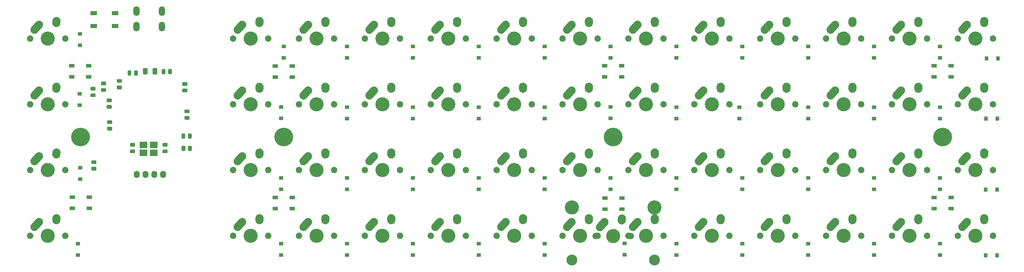
<source format=gbs>
%TF.GenerationSoftware,KiCad,Pcbnew,5.1.6*%
%TF.CreationDate,2020-09-29T12:29:31+02:00*%
%TF.ProjectId,cheap_boi,63686561-705f-4626-9f69-2e6b69636164,rev?*%
%TF.SameCoordinates,Original*%
%TF.FileFunction,Soldermask,Bot*%
%TF.FilePolarity,Negative*%
%FSLAX46Y46*%
G04 Gerber Fmt 4.6, Leading zero omitted, Abs format (unit mm)*
G04 Created by KiCad (PCBNEW 5.1.6) date 2020-09-29 12:29:31*
%MOMM*%
%LPD*%
G01*
G04 APERTURE LIST*
%ADD10C,1.850000*%
%ADD11C,2.350000*%
%ADD12C,4.087800*%
%ADD13R,1.300000X1.000000*%
%ADD14C,3.148000*%
%ADD15R,2.200000X1.900000*%
%ADD16R,1.000000X1.300000*%
%ADD17R,1.900000X1.200000*%
%ADD18O,1.800000X2.800000*%
%ADD19O,1.700000X2.100000*%
%ADD20C,5.400000*%
%ADD21R,1.600000X1.100000*%
G04 APERTURE END LIST*
D10*
%TO.C,MX3A1*%
X307498750Y-100012500D03*
X297338750Y-100012500D03*
D11*
X299918750Y-96012500D03*
D12*
X302418750Y-100012500D03*
G36*
G01*
X297824041Y-98347060D02*
X297824041Y-98347061D01*
G75*
G02*
X297734189Y-96687791I784709J874561D01*
G01*
X299044191Y-95227791D01*
G75*
G02*
X300703461Y-95137939I874561J-784709D01*
G01*
X300703461Y-95137939D01*
G75*
G02*
X300793313Y-96797209I-784709J-874561D01*
G01*
X299483311Y-98257209D01*
G75*
G02*
X297824041Y-98347061I-874561J784709D01*
G01*
G37*
D11*
X304958750Y-94932500D03*
G36*
G01*
X304837907Y-96684716D02*
X304837907Y-96684716D01*
G75*
G02*
X303746534Y-95431657I80843J1172216D01*
G01*
X303786534Y-94851657D01*
G75*
G02*
X305039593Y-93760284I1172216J-80843D01*
G01*
X305039593Y-93760284D01*
G75*
G02*
X306130966Y-95013343I-80843J-1172216D01*
G01*
X306090966Y-95593343D01*
G75*
G02*
X304837907Y-96684716I-1172216J80843D01*
G01*
G37*
%TD*%
D13*
%TO.C,D28*%
X239014000Y-102236000D03*
X239014000Y-105536000D03*
%TD*%
D12*
%TO.C,MX40*%
X247650000Y-91821000D03*
X223774000Y-91821000D03*
D14*
X247650000Y-107061000D03*
X223774000Y-107061000D03*
D10*
X240792000Y-100076000D03*
X230632000Y-100076000D03*
D11*
X233212000Y-96076000D03*
D12*
X235712000Y-100076000D03*
G36*
G01*
X231117291Y-98410560D02*
X231117291Y-98410561D01*
G75*
G02*
X231027439Y-96751291I784709J874561D01*
G01*
X232337441Y-95291291D01*
G75*
G02*
X233996711Y-95201439I874561J-784709D01*
G01*
X233996711Y-95201439D01*
G75*
G02*
X234086563Y-96860709I-784709J-874561D01*
G01*
X232776561Y-98320709D01*
G75*
G02*
X231117291Y-98410561I-874561J784709D01*
G01*
G37*
D11*
X238252000Y-94996000D03*
G36*
G01*
X238131157Y-96748216D02*
X238131157Y-96748216D01*
G75*
G02*
X237039784Y-95495157I80843J1172216D01*
G01*
X237079784Y-94915157D01*
G75*
G02*
X238332843Y-93823784I1172216J-80843D01*
G01*
X238332843Y-93823784D01*
G75*
G02*
X239424216Y-95076843I-80843J-1172216D01*
G01*
X239384216Y-95656843D01*
G75*
G02*
X238131157Y-96748216I-1172216J80843D01*
G01*
G37*
%TD*%
D15*
%TO.C,Y1*%
X102870000Y-73660000D03*
X99970000Y-73660000D03*
X99970000Y-75960000D03*
X102870000Y-75960000D03*
%TD*%
%TO.C,C1*%
G36*
G01*
X93445250Y-55685500D02*
X92482750Y-55685500D01*
G75*
G02*
X92214000Y-55416750I0J268750D01*
G01*
X92214000Y-54879250D01*
G75*
G02*
X92482750Y-54610500I268750J0D01*
G01*
X93445250Y-54610500D01*
G75*
G02*
X93714000Y-54879250I0J-268750D01*
G01*
X93714000Y-55416750D01*
G75*
G02*
X93445250Y-55685500I-268750J0D01*
G01*
G37*
G36*
G01*
X93445250Y-57560500D02*
X92482750Y-57560500D01*
G75*
G02*
X92214000Y-57291750I0J268750D01*
G01*
X92214000Y-56754250D01*
G75*
G02*
X92482750Y-56485500I268750J0D01*
G01*
X93445250Y-56485500D01*
G75*
G02*
X93714000Y-56754250I0J-268750D01*
G01*
X93714000Y-57291750D01*
G75*
G02*
X93445250Y-57560500I-268750J0D01*
G01*
G37*
%TD*%
%TO.C,C2*%
G36*
G01*
X97222500Y-53313250D02*
X97222500Y-52350750D01*
G75*
G02*
X97491250Y-52082000I268750J0D01*
G01*
X98028750Y-52082000D01*
G75*
G02*
X98297500Y-52350750I0J-268750D01*
G01*
X98297500Y-53313250D01*
G75*
G02*
X98028750Y-53582000I-268750J0D01*
G01*
X97491250Y-53582000D01*
G75*
G02*
X97222500Y-53313250I0J268750D01*
G01*
G37*
G36*
G01*
X95347500Y-53313250D02*
X95347500Y-52350750D01*
G75*
G02*
X95616250Y-52082000I268750J0D01*
G01*
X96153750Y-52082000D01*
G75*
G02*
X96422500Y-52350750I0J-268750D01*
G01*
X96422500Y-53313250D01*
G75*
G02*
X96153750Y-53582000I-268750J0D01*
G01*
X95616250Y-53582000D01*
G75*
G02*
X95347500Y-53313250I0J268750D01*
G01*
G37*
%TD*%
%TO.C,C3*%
G36*
G01*
X106653250Y-74197500D02*
X105690750Y-74197500D01*
G75*
G02*
X105422000Y-73928750I0J268750D01*
G01*
X105422000Y-73391250D01*
G75*
G02*
X105690750Y-73122500I268750J0D01*
G01*
X106653250Y-73122500D01*
G75*
G02*
X106922000Y-73391250I0J-268750D01*
G01*
X106922000Y-73928750D01*
G75*
G02*
X106653250Y-74197500I-268750J0D01*
G01*
G37*
G36*
G01*
X106653250Y-76072500D02*
X105690750Y-76072500D01*
G75*
G02*
X105422000Y-75803750I0J268750D01*
G01*
X105422000Y-75266250D01*
G75*
G02*
X105690750Y-74997500I268750J0D01*
G01*
X106653250Y-74997500D01*
G75*
G02*
X106922000Y-75266250I0J-268750D01*
G01*
X106922000Y-75803750D01*
G75*
G02*
X106653250Y-76072500I-268750J0D01*
G01*
G37*
%TD*%
%TO.C,C4*%
G36*
G01*
X96292750Y-74997500D02*
X97255250Y-74997500D01*
G75*
G02*
X97524000Y-75266250I0J-268750D01*
G01*
X97524000Y-75803750D01*
G75*
G02*
X97255250Y-76072500I-268750J0D01*
G01*
X96292750Y-76072500D01*
G75*
G02*
X96024000Y-75803750I0J268750D01*
G01*
X96024000Y-75266250D01*
G75*
G02*
X96292750Y-74997500I268750J0D01*
G01*
G37*
G36*
G01*
X96292750Y-73122500D02*
X97255250Y-73122500D01*
G75*
G02*
X97524000Y-73391250I0J-268750D01*
G01*
X97524000Y-73928750D01*
G75*
G02*
X97255250Y-74197500I-268750J0D01*
G01*
X96292750Y-74197500D01*
G75*
G02*
X96024000Y-73928750I0J268750D01*
G01*
X96024000Y-73391250D01*
G75*
G02*
X96292750Y-73122500I268750J0D01*
G01*
G37*
%TD*%
%TO.C,C5*%
G36*
G01*
X112040750Y-65297000D02*
X113003250Y-65297000D01*
G75*
G02*
X113272000Y-65565750I0J-268750D01*
G01*
X113272000Y-66103250D01*
G75*
G02*
X113003250Y-66372000I-268750J0D01*
G01*
X112040750Y-66372000D01*
G75*
G02*
X111772000Y-66103250I0J268750D01*
G01*
X111772000Y-65565750D01*
G75*
G02*
X112040750Y-65297000I268750J0D01*
G01*
G37*
G36*
G01*
X112040750Y-63422000D02*
X113003250Y-63422000D01*
G75*
G02*
X113272000Y-63690750I0J-268750D01*
G01*
X113272000Y-64228250D01*
G75*
G02*
X113003250Y-64497000I-268750J0D01*
G01*
X112040750Y-64497000D01*
G75*
G02*
X111772000Y-64228250I0J268750D01*
G01*
X111772000Y-63690750D01*
G75*
G02*
X112040750Y-63422000I268750J0D01*
G01*
G37*
%TD*%
%TO.C,C6*%
G36*
G01*
X90524250Y-61322000D02*
X89561750Y-61322000D01*
G75*
G02*
X89293000Y-61053250I0J268750D01*
G01*
X89293000Y-60515750D01*
G75*
G02*
X89561750Y-60247000I268750J0D01*
G01*
X90524250Y-60247000D01*
G75*
G02*
X90793000Y-60515750I0J-268750D01*
G01*
X90793000Y-61053250D01*
G75*
G02*
X90524250Y-61322000I-268750J0D01*
G01*
G37*
G36*
G01*
X90524250Y-63197000D02*
X89561750Y-63197000D01*
G75*
G02*
X89293000Y-62928250I0J268750D01*
G01*
X89293000Y-62390750D01*
G75*
G02*
X89561750Y-62122000I268750J0D01*
G01*
X90524250Y-62122000D01*
G75*
G02*
X90793000Y-62390750I0J-268750D01*
G01*
X90793000Y-62928250D01*
G75*
G02*
X90524250Y-63197000I-268750J0D01*
G01*
G37*
%TD*%
%TO.C,C7*%
G36*
G01*
X107080000Y-52932250D02*
X107080000Y-51969750D01*
G75*
G02*
X107348750Y-51701000I268750J0D01*
G01*
X107886250Y-51701000D01*
G75*
G02*
X108155000Y-51969750I0J-268750D01*
G01*
X108155000Y-52932250D01*
G75*
G02*
X107886250Y-53201000I-268750J0D01*
G01*
X107348750Y-53201000D01*
G75*
G02*
X107080000Y-52932250I0J268750D01*
G01*
G37*
G36*
G01*
X105205000Y-52932250D02*
X105205000Y-51969750D01*
G75*
G02*
X105473750Y-51701000I268750J0D01*
G01*
X106011250Y-51701000D01*
G75*
G02*
X106280000Y-51969750I0J-268750D01*
G01*
X106280000Y-52932250D01*
G75*
G02*
X106011250Y-53201000I-268750J0D01*
G01*
X105473750Y-53201000D01*
G75*
G02*
X105205000Y-52932250I0J268750D01*
G01*
G37*
%TD*%
D13*
%TO.C,D2*%
X81500000Y-58850000D03*
X81500000Y-62150000D03*
%TD*%
%TO.C,D3*%
X81661000Y-80264000D03*
X81661000Y-83564000D03*
%TD*%
%TO.C,D4*%
X80962500Y-102331250D03*
X80962500Y-105631250D03*
%TD*%
%TO.C,D5*%
X140493750Y-45181250D03*
X140493750Y-48481250D03*
%TD*%
%TO.C,D6*%
X139700000Y-62668750D03*
X139700000Y-65968750D03*
%TD*%
%TO.C,D7*%
X139700000Y-83218750D03*
X139700000Y-86518750D03*
%TD*%
%TO.C,D8*%
X139700000Y-102331250D03*
X139700000Y-105631250D03*
%TD*%
%TO.C,D9*%
X158750000Y-45181250D03*
X158750000Y-48481250D03*
%TD*%
%TO.C,D10*%
X158750000Y-62731250D03*
X158750000Y-66031250D03*
%TD*%
%TO.C,D11*%
X158750000Y-83281250D03*
X158750000Y-86581250D03*
%TD*%
%TO.C,D12*%
X158750000Y-102331250D03*
X158750000Y-105631250D03*
%TD*%
%TO.C,D13*%
X177800000Y-45181250D03*
X177800000Y-48481250D03*
%TD*%
%TO.C,D14*%
X177800000Y-62731250D03*
X177800000Y-66031250D03*
%TD*%
%TO.C,D15*%
X177800000Y-83281250D03*
X177800000Y-86581250D03*
%TD*%
%TO.C,D16*%
X177800000Y-102331250D03*
X177800000Y-105631250D03*
%TD*%
%TO.C,D17*%
X196850000Y-45181250D03*
X196850000Y-48481250D03*
%TD*%
%TO.C,D18*%
X196850000Y-62731250D03*
X196850000Y-66031250D03*
%TD*%
%TO.C,D19*%
X196850000Y-83281250D03*
X196850000Y-86581250D03*
%TD*%
%TO.C,D20*%
X196850000Y-102331250D03*
X196850000Y-105631250D03*
%TD*%
%TO.C,D21*%
X215900000Y-45181250D03*
X215900000Y-48481250D03*
%TD*%
%TO.C,D22*%
X215900000Y-62793750D03*
X215900000Y-66093750D03*
%TD*%
%TO.C,D23*%
X215900000Y-83281250D03*
X215900000Y-86581250D03*
%TD*%
%TO.C,D24*%
X215900000Y-102331250D03*
X215900000Y-105631250D03*
%TD*%
%TO.C,D25*%
X234950000Y-45181250D03*
X234950000Y-48481250D03*
%TD*%
%TO.C,D26*%
X234950000Y-62668750D03*
X234950000Y-65968750D03*
%TD*%
%TO.C,D27*%
X234950000Y-83281250D03*
X234950000Y-86581250D03*
%TD*%
%TO.C,D29*%
X254000000Y-45181250D03*
X254000000Y-48481250D03*
%TD*%
%TO.C,D30*%
X254000000Y-62731250D03*
X254000000Y-66031250D03*
%TD*%
%TO.C,D31*%
X254000000Y-83281250D03*
X254000000Y-86581250D03*
%TD*%
%TO.C,D32*%
X254000000Y-102331250D03*
X254000000Y-105631250D03*
%TD*%
%TO.C,D33*%
X273050000Y-45181250D03*
X273050000Y-48481250D03*
%TD*%
%TO.C,D34*%
X272256250Y-62731250D03*
X272256250Y-66031250D03*
%TD*%
%TO.C,D35*%
X273050000Y-83281250D03*
X273050000Y-86581250D03*
%TD*%
%TO.C,D36*%
X273050000Y-102331250D03*
X273050000Y-105631250D03*
%TD*%
%TO.C,D37*%
X292100000Y-45181250D03*
X292100000Y-48481250D03*
%TD*%
%TO.C,D38*%
X292100000Y-62731250D03*
X292100000Y-66031250D03*
%TD*%
%TO.C,D39*%
X292100000Y-83281250D03*
X292100000Y-86581250D03*
%TD*%
%TO.C,D40*%
X292100000Y-102331250D03*
X292100000Y-105631250D03*
%TD*%
%TO.C,D41*%
X311150000Y-45181250D03*
X311150000Y-48481250D03*
%TD*%
%TO.C,D42*%
X311150000Y-62731250D03*
X311150000Y-66031250D03*
%TD*%
%TO.C,D43*%
X311150000Y-83281250D03*
X311150000Y-86581250D03*
%TD*%
%TO.C,D44*%
X311150000Y-102331250D03*
X311150000Y-105631250D03*
%TD*%
%TO.C,D45*%
X330200000Y-45181250D03*
X330200000Y-48481250D03*
%TD*%
%TO.C,D46*%
X330200000Y-62731250D03*
X330200000Y-66031250D03*
%TD*%
%TO.C,D47*%
X330200000Y-83281250D03*
X330200000Y-86581250D03*
%TD*%
%TO.C,D48*%
X330200000Y-102331250D03*
X330200000Y-105631250D03*
%TD*%
D16*
%TO.C,D49*%
X346963000Y-48641000D03*
X343663000Y-48641000D03*
%TD*%
%TO.C,D50*%
X346835000Y-66040000D03*
X343535000Y-66040000D03*
%TD*%
%TO.C,D51*%
X346708000Y-86614000D03*
X343408000Y-86614000D03*
%TD*%
%TO.C,D52*%
X346709000Y-105664000D03*
X343409000Y-105664000D03*
%TD*%
D10*
%TO.C,MX0*%
X77311250Y-42862500D03*
X67151250Y-42862500D03*
D11*
X69731250Y-38862500D03*
D12*
X72231250Y-42862500D03*
G36*
G01*
X67636541Y-41197060D02*
X67636541Y-41197061D01*
G75*
G02*
X67546689Y-39537791I784709J874561D01*
G01*
X68856691Y-38077791D01*
G75*
G02*
X70515961Y-37987939I874561J-784709D01*
G01*
X70515961Y-37987939D01*
G75*
G02*
X70605813Y-39647209I-784709J-874561D01*
G01*
X69295811Y-41107209D01*
G75*
G02*
X67636541Y-41197061I-874561J784709D01*
G01*
G37*
D11*
X74771250Y-37782500D03*
G36*
G01*
X74650407Y-39534716D02*
X74650407Y-39534716D01*
G75*
G02*
X73559034Y-38281657I80843J1172216D01*
G01*
X73599034Y-37701657D01*
G75*
G02*
X74852093Y-36610284I1172216J-80843D01*
G01*
X74852093Y-36610284D01*
G75*
G02*
X75943466Y-37863343I-80843J-1172216D01*
G01*
X75903466Y-38443343D01*
G75*
G02*
X74650407Y-39534716I-1172216J80843D01*
G01*
G37*
%TD*%
D10*
%TO.C,MX1*%
X136048750Y-42862500D03*
X125888750Y-42862500D03*
D11*
X128468750Y-38862500D03*
D12*
X130968750Y-42862500D03*
G36*
G01*
X126374041Y-41197060D02*
X126374041Y-41197061D01*
G75*
G02*
X126284189Y-39537791I784709J874561D01*
G01*
X127594191Y-38077791D01*
G75*
G02*
X129253461Y-37987939I874561J-784709D01*
G01*
X129253461Y-37987939D01*
G75*
G02*
X129343313Y-39647209I-784709J-874561D01*
G01*
X128033311Y-41107209D01*
G75*
G02*
X126374041Y-41197061I-874561J784709D01*
G01*
G37*
D11*
X133508750Y-37782500D03*
G36*
G01*
X133387907Y-39534716D02*
X133387907Y-39534716D01*
G75*
G02*
X132296534Y-38281657I80843J1172216D01*
G01*
X132336534Y-37701657D01*
G75*
G02*
X133589593Y-36610284I1172216J-80843D01*
G01*
X133589593Y-36610284D01*
G75*
G02*
X134680966Y-37863343I-80843J-1172216D01*
G01*
X134640966Y-38443343D01*
G75*
G02*
X133387907Y-39534716I-1172216J80843D01*
G01*
G37*
%TD*%
D10*
%TO.C,MX2*%
X155098750Y-42862500D03*
X144938750Y-42862500D03*
D11*
X147518750Y-38862500D03*
D12*
X150018750Y-42862500D03*
G36*
G01*
X145424041Y-41197060D02*
X145424041Y-41197061D01*
G75*
G02*
X145334189Y-39537791I784709J874561D01*
G01*
X146644191Y-38077791D01*
G75*
G02*
X148303461Y-37987939I874561J-784709D01*
G01*
X148303461Y-37987939D01*
G75*
G02*
X148393313Y-39647209I-784709J-874561D01*
G01*
X147083311Y-41107209D01*
G75*
G02*
X145424041Y-41197061I-874561J784709D01*
G01*
G37*
D11*
X152558750Y-37782500D03*
G36*
G01*
X152437907Y-39534716D02*
X152437907Y-39534716D01*
G75*
G02*
X151346534Y-38281657I80843J1172216D01*
G01*
X151386534Y-37701657D01*
G75*
G02*
X152639593Y-36610284I1172216J-80843D01*
G01*
X152639593Y-36610284D01*
G75*
G02*
X153730966Y-37863343I-80843J-1172216D01*
G01*
X153690966Y-38443343D01*
G75*
G02*
X152437907Y-39534716I-1172216J80843D01*
G01*
G37*
%TD*%
D10*
%TO.C,MX3*%
X174148750Y-42862500D03*
X163988750Y-42862500D03*
D11*
X166568750Y-38862500D03*
D12*
X169068750Y-42862500D03*
G36*
G01*
X164474041Y-41197060D02*
X164474041Y-41197061D01*
G75*
G02*
X164384189Y-39537791I784709J874561D01*
G01*
X165694191Y-38077791D01*
G75*
G02*
X167353461Y-37987939I874561J-784709D01*
G01*
X167353461Y-37987939D01*
G75*
G02*
X167443313Y-39647209I-784709J-874561D01*
G01*
X166133311Y-41107209D01*
G75*
G02*
X164474041Y-41197061I-874561J784709D01*
G01*
G37*
D11*
X171608750Y-37782500D03*
G36*
G01*
X171487907Y-39534716D02*
X171487907Y-39534716D01*
G75*
G02*
X170396534Y-38281657I80843J1172216D01*
G01*
X170436534Y-37701657D01*
G75*
G02*
X171689593Y-36610284I1172216J-80843D01*
G01*
X171689593Y-36610284D01*
G75*
G02*
X172780966Y-37863343I-80843J-1172216D01*
G01*
X172740966Y-38443343D01*
G75*
G02*
X171487907Y-39534716I-1172216J80843D01*
G01*
G37*
%TD*%
D10*
%TO.C,MX4*%
X193198750Y-42862500D03*
X183038750Y-42862500D03*
D11*
X185618750Y-38862500D03*
D12*
X188118750Y-42862500D03*
G36*
G01*
X183524041Y-41197060D02*
X183524041Y-41197061D01*
G75*
G02*
X183434189Y-39537791I784709J874561D01*
G01*
X184744191Y-38077791D01*
G75*
G02*
X186403461Y-37987939I874561J-784709D01*
G01*
X186403461Y-37987939D01*
G75*
G02*
X186493313Y-39647209I-784709J-874561D01*
G01*
X185183311Y-41107209D01*
G75*
G02*
X183524041Y-41197061I-874561J784709D01*
G01*
G37*
D11*
X190658750Y-37782500D03*
G36*
G01*
X190537907Y-39534716D02*
X190537907Y-39534716D01*
G75*
G02*
X189446534Y-38281657I80843J1172216D01*
G01*
X189486534Y-37701657D01*
G75*
G02*
X190739593Y-36610284I1172216J-80843D01*
G01*
X190739593Y-36610284D01*
G75*
G02*
X191830966Y-37863343I-80843J-1172216D01*
G01*
X191790966Y-38443343D01*
G75*
G02*
X190537907Y-39534716I-1172216J80843D01*
G01*
G37*
%TD*%
D10*
%TO.C,MX5*%
X212248750Y-42862500D03*
X202088750Y-42862500D03*
D11*
X204668750Y-38862500D03*
D12*
X207168750Y-42862500D03*
G36*
G01*
X202574041Y-41197060D02*
X202574041Y-41197061D01*
G75*
G02*
X202484189Y-39537791I784709J874561D01*
G01*
X203794191Y-38077791D01*
G75*
G02*
X205453461Y-37987939I874561J-784709D01*
G01*
X205453461Y-37987939D01*
G75*
G02*
X205543313Y-39647209I-784709J-874561D01*
G01*
X204233311Y-41107209D01*
G75*
G02*
X202574041Y-41197061I-874561J784709D01*
G01*
G37*
D11*
X209708750Y-37782500D03*
G36*
G01*
X209587907Y-39534716D02*
X209587907Y-39534716D01*
G75*
G02*
X208496534Y-38281657I80843J1172216D01*
G01*
X208536534Y-37701657D01*
G75*
G02*
X209789593Y-36610284I1172216J-80843D01*
G01*
X209789593Y-36610284D01*
G75*
G02*
X210880966Y-37863343I-80843J-1172216D01*
G01*
X210840966Y-38443343D01*
G75*
G02*
X209587907Y-39534716I-1172216J80843D01*
G01*
G37*
%TD*%
D10*
%TO.C,MX6*%
X231298750Y-42862500D03*
X221138750Y-42862500D03*
D11*
X223718750Y-38862500D03*
D12*
X226218750Y-42862500D03*
G36*
G01*
X221624041Y-41197060D02*
X221624041Y-41197061D01*
G75*
G02*
X221534189Y-39537791I784709J874561D01*
G01*
X222844191Y-38077791D01*
G75*
G02*
X224503461Y-37987939I874561J-784709D01*
G01*
X224503461Y-37987939D01*
G75*
G02*
X224593313Y-39647209I-784709J-874561D01*
G01*
X223283311Y-41107209D01*
G75*
G02*
X221624041Y-41197061I-874561J784709D01*
G01*
G37*
D11*
X228758750Y-37782500D03*
G36*
G01*
X228637907Y-39534716D02*
X228637907Y-39534716D01*
G75*
G02*
X227546534Y-38281657I80843J1172216D01*
G01*
X227586534Y-37701657D01*
G75*
G02*
X228839593Y-36610284I1172216J-80843D01*
G01*
X228839593Y-36610284D01*
G75*
G02*
X229930966Y-37863343I-80843J-1172216D01*
G01*
X229890966Y-38443343D01*
G75*
G02*
X228637907Y-39534716I-1172216J80843D01*
G01*
G37*
%TD*%
D10*
%TO.C,MX7*%
X250348750Y-42862500D03*
X240188750Y-42862500D03*
D11*
X242768750Y-38862500D03*
D12*
X245268750Y-42862500D03*
G36*
G01*
X240674041Y-41197060D02*
X240674041Y-41197061D01*
G75*
G02*
X240584189Y-39537791I784709J874561D01*
G01*
X241894191Y-38077791D01*
G75*
G02*
X243553461Y-37987939I874561J-784709D01*
G01*
X243553461Y-37987939D01*
G75*
G02*
X243643313Y-39647209I-784709J-874561D01*
G01*
X242333311Y-41107209D01*
G75*
G02*
X240674041Y-41197061I-874561J784709D01*
G01*
G37*
D11*
X247808750Y-37782500D03*
G36*
G01*
X247687907Y-39534716D02*
X247687907Y-39534716D01*
G75*
G02*
X246596534Y-38281657I80843J1172216D01*
G01*
X246636534Y-37701657D01*
G75*
G02*
X247889593Y-36610284I1172216J-80843D01*
G01*
X247889593Y-36610284D01*
G75*
G02*
X248980966Y-37863343I-80843J-1172216D01*
G01*
X248940966Y-38443343D01*
G75*
G02*
X247687907Y-39534716I-1172216J80843D01*
G01*
G37*
%TD*%
D10*
%TO.C,MX8*%
X269398750Y-42862500D03*
X259238750Y-42862500D03*
D11*
X261818750Y-38862500D03*
D12*
X264318750Y-42862500D03*
G36*
G01*
X259724041Y-41197060D02*
X259724041Y-41197061D01*
G75*
G02*
X259634189Y-39537791I784709J874561D01*
G01*
X260944191Y-38077791D01*
G75*
G02*
X262603461Y-37987939I874561J-784709D01*
G01*
X262603461Y-37987939D01*
G75*
G02*
X262693313Y-39647209I-784709J-874561D01*
G01*
X261383311Y-41107209D01*
G75*
G02*
X259724041Y-41197061I-874561J784709D01*
G01*
G37*
D11*
X266858750Y-37782500D03*
G36*
G01*
X266737907Y-39534716D02*
X266737907Y-39534716D01*
G75*
G02*
X265646534Y-38281657I80843J1172216D01*
G01*
X265686534Y-37701657D01*
G75*
G02*
X266939593Y-36610284I1172216J-80843D01*
G01*
X266939593Y-36610284D01*
G75*
G02*
X268030966Y-37863343I-80843J-1172216D01*
G01*
X267990966Y-38443343D01*
G75*
G02*
X266737907Y-39534716I-1172216J80843D01*
G01*
G37*
%TD*%
D10*
%TO.C,MX9*%
X288448750Y-42862500D03*
X278288750Y-42862500D03*
D11*
X280868750Y-38862500D03*
D12*
X283368750Y-42862500D03*
G36*
G01*
X278774041Y-41197060D02*
X278774041Y-41197061D01*
G75*
G02*
X278684189Y-39537791I784709J874561D01*
G01*
X279994191Y-38077791D01*
G75*
G02*
X281653461Y-37987939I874561J-784709D01*
G01*
X281653461Y-37987939D01*
G75*
G02*
X281743313Y-39647209I-784709J-874561D01*
G01*
X280433311Y-41107209D01*
G75*
G02*
X278774041Y-41197061I-874561J784709D01*
G01*
G37*
D11*
X285908750Y-37782500D03*
G36*
G01*
X285787907Y-39534716D02*
X285787907Y-39534716D01*
G75*
G02*
X284696534Y-38281657I80843J1172216D01*
G01*
X284736534Y-37701657D01*
G75*
G02*
X285989593Y-36610284I1172216J-80843D01*
G01*
X285989593Y-36610284D01*
G75*
G02*
X287080966Y-37863343I-80843J-1172216D01*
G01*
X287040966Y-38443343D01*
G75*
G02*
X285787907Y-39534716I-1172216J80843D01*
G01*
G37*
%TD*%
D10*
%TO.C,MX10*%
X77311250Y-61912500D03*
X67151250Y-61912500D03*
D11*
X69731250Y-57912500D03*
D12*
X72231250Y-61912500D03*
G36*
G01*
X67636541Y-60247060D02*
X67636541Y-60247061D01*
G75*
G02*
X67546689Y-58587791I784709J874561D01*
G01*
X68856691Y-57127791D01*
G75*
G02*
X70515961Y-57037939I874561J-784709D01*
G01*
X70515961Y-57037939D01*
G75*
G02*
X70605813Y-58697209I-784709J-874561D01*
G01*
X69295811Y-60157209D01*
G75*
G02*
X67636541Y-60247061I-874561J784709D01*
G01*
G37*
D11*
X74771250Y-56832500D03*
G36*
G01*
X74650407Y-58584716D02*
X74650407Y-58584716D01*
G75*
G02*
X73559034Y-57331657I80843J1172216D01*
G01*
X73599034Y-56751657D01*
G75*
G02*
X74852093Y-55660284I1172216J-80843D01*
G01*
X74852093Y-55660284D01*
G75*
G02*
X75943466Y-56913343I-80843J-1172216D01*
G01*
X75903466Y-57493343D01*
G75*
G02*
X74650407Y-58584716I-1172216J80843D01*
G01*
G37*
%TD*%
D10*
%TO.C,MX11*%
X136048750Y-61912500D03*
X125888750Y-61912500D03*
D11*
X128468750Y-57912500D03*
D12*
X130968750Y-61912500D03*
G36*
G01*
X126374041Y-60247060D02*
X126374041Y-60247061D01*
G75*
G02*
X126284189Y-58587791I784709J874561D01*
G01*
X127594191Y-57127791D01*
G75*
G02*
X129253461Y-57037939I874561J-784709D01*
G01*
X129253461Y-57037939D01*
G75*
G02*
X129343313Y-58697209I-784709J-874561D01*
G01*
X128033311Y-60157209D01*
G75*
G02*
X126374041Y-60247061I-874561J784709D01*
G01*
G37*
D11*
X133508750Y-56832500D03*
G36*
G01*
X133387907Y-58584716D02*
X133387907Y-58584716D01*
G75*
G02*
X132296534Y-57331657I80843J1172216D01*
G01*
X132336534Y-56751657D01*
G75*
G02*
X133589593Y-55660284I1172216J-80843D01*
G01*
X133589593Y-55660284D01*
G75*
G02*
X134680966Y-56913343I-80843J-1172216D01*
G01*
X134640966Y-57493343D01*
G75*
G02*
X133387907Y-58584716I-1172216J80843D01*
G01*
G37*
%TD*%
D10*
%TO.C,MX12*%
X155098750Y-61912500D03*
X144938750Y-61912500D03*
D11*
X147518750Y-57912500D03*
D12*
X150018750Y-61912500D03*
G36*
G01*
X145424041Y-60247060D02*
X145424041Y-60247061D01*
G75*
G02*
X145334189Y-58587791I784709J874561D01*
G01*
X146644191Y-57127791D01*
G75*
G02*
X148303461Y-57037939I874561J-784709D01*
G01*
X148303461Y-57037939D01*
G75*
G02*
X148393313Y-58697209I-784709J-874561D01*
G01*
X147083311Y-60157209D01*
G75*
G02*
X145424041Y-60247061I-874561J784709D01*
G01*
G37*
D11*
X152558750Y-56832500D03*
G36*
G01*
X152437907Y-58584716D02*
X152437907Y-58584716D01*
G75*
G02*
X151346534Y-57331657I80843J1172216D01*
G01*
X151386534Y-56751657D01*
G75*
G02*
X152639593Y-55660284I1172216J-80843D01*
G01*
X152639593Y-55660284D01*
G75*
G02*
X153730966Y-56913343I-80843J-1172216D01*
G01*
X153690966Y-57493343D01*
G75*
G02*
X152437907Y-58584716I-1172216J80843D01*
G01*
G37*
%TD*%
D10*
%TO.C,MX13*%
X174148750Y-61912500D03*
X163988750Y-61912500D03*
D11*
X166568750Y-57912500D03*
D12*
X169068750Y-61912500D03*
G36*
G01*
X164474041Y-60247060D02*
X164474041Y-60247061D01*
G75*
G02*
X164384189Y-58587791I784709J874561D01*
G01*
X165694191Y-57127791D01*
G75*
G02*
X167353461Y-57037939I874561J-784709D01*
G01*
X167353461Y-57037939D01*
G75*
G02*
X167443313Y-58697209I-784709J-874561D01*
G01*
X166133311Y-60157209D01*
G75*
G02*
X164474041Y-60247061I-874561J784709D01*
G01*
G37*
D11*
X171608750Y-56832500D03*
G36*
G01*
X171487907Y-58584716D02*
X171487907Y-58584716D01*
G75*
G02*
X170396534Y-57331657I80843J1172216D01*
G01*
X170436534Y-56751657D01*
G75*
G02*
X171689593Y-55660284I1172216J-80843D01*
G01*
X171689593Y-55660284D01*
G75*
G02*
X172780966Y-56913343I-80843J-1172216D01*
G01*
X172740966Y-57493343D01*
G75*
G02*
X171487907Y-58584716I-1172216J80843D01*
G01*
G37*
%TD*%
D10*
%TO.C,MX14*%
X193198750Y-61912500D03*
X183038750Y-61912500D03*
D11*
X185618750Y-57912500D03*
D12*
X188118750Y-61912500D03*
G36*
G01*
X183524041Y-60247060D02*
X183524041Y-60247061D01*
G75*
G02*
X183434189Y-58587791I784709J874561D01*
G01*
X184744191Y-57127791D01*
G75*
G02*
X186403461Y-57037939I874561J-784709D01*
G01*
X186403461Y-57037939D01*
G75*
G02*
X186493313Y-58697209I-784709J-874561D01*
G01*
X185183311Y-60157209D01*
G75*
G02*
X183524041Y-60247061I-874561J784709D01*
G01*
G37*
D11*
X190658750Y-56832500D03*
G36*
G01*
X190537907Y-58584716D02*
X190537907Y-58584716D01*
G75*
G02*
X189446534Y-57331657I80843J1172216D01*
G01*
X189486534Y-56751657D01*
G75*
G02*
X190739593Y-55660284I1172216J-80843D01*
G01*
X190739593Y-55660284D01*
G75*
G02*
X191830966Y-56913343I-80843J-1172216D01*
G01*
X191790966Y-57493343D01*
G75*
G02*
X190537907Y-58584716I-1172216J80843D01*
G01*
G37*
%TD*%
D10*
%TO.C,MX16*%
X231298750Y-61912500D03*
X221138750Y-61912500D03*
D11*
X223718750Y-57912500D03*
D12*
X226218750Y-61912500D03*
G36*
G01*
X221624041Y-60247060D02*
X221624041Y-60247061D01*
G75*
G02*
X221534189Y-58587791I784709J874561D01*
G01*
X222844191Y-57127791D01*
G75*
G02*
X224503461Y-57037939I874561J-784709D01*
G01*
X224503461Y-57037939D01*
G75*
G02*
X224593313Y-58697209I-784709J-874561D01*
G01*
X223283311Y-60157209D01*
G75*
G02*
X221624041Y-60247061I-874561J784709D01*
G01*
G37*
D11*
X228758750Y-56832500D03*
G36*
G01*
X228637907Y-58584716D02*
X228637907Y-58584716D01*
G75*
G02*
X227546534Y-57331657I80843J1172216D01*
G01*
X227586534Y-56751657D01*
G75*
G02*
X228839593Y-55660284I1172216J-80843D01*
G01*
X228839593Y-55660284D01*
G75*
G02*
X229930966Y-56913343I-80843J-1172216D01*
G01*
X229890966Y-57493343D01*
G75*
G02*
X228637907Y-58584716I-1172216J80843D01*
G01*
G37*
%TD*%
D10*
%TO.C,MX17*%
X250348750Y-61912500D03*
X240188750Y-61912500D03*
D11*
X242768750Y-57912500D03*
D12*
X245268750Y-61912500D03*
G36*
G01*
X240674041Y-60247060D02*
X240674041Y-60247061D01*
G75*
G02*
X240584189Y-58587791I784709J874561D01*
G01*
X241894191Y-57127791D01*
G75*
G02*
X243553461Y-57037939I874561J-784709D01*
G01*
X243553461Y-57037939D01*
G75*
G02*
X243643313Y-58697209I-784709J-874561D01*
G01*
X242333311Y-60157209D01*
G75*
G02*
X240674041Y-60247061I-874561J784709D01*
G01*
G37*
D11*
X247808750Y-56832500D03*
G36*
G01*
X247687907Y-58584716D02*
X247687907Y-58584716D01*
G75*
G02*
X246596534Y-57331657I80843J1172216D01*
G01*
X246636534Y-56751657D01*
G75*
G02*
X247889593Y-55660284I1172216J-80843D01*
G01*
X247889593Y-55660284D01*
G75*
G02*
X248980966Y-56913343I-80843J-1172216D01*
G01*
X248940966Y-57493343D01*
G75*
G02*
X247687907Y-58584716I-1172216J80843D01*
G01*
G37*
%TD*%
D10*
%TO.C,MX18*%
X269398750Y-61912500D03*
X259238750Y-61912500D03*
D11*
X261818750Y-57912500D03*
D12*
X264318750Y-61912500D03*
G36*
G01*
X259724041Y-60247060D02*
X259724041Y-60247061D01*
G75*
G02*
X259634189Y-58587791I784709J874561D01*
G01*
X260944191Y-57127791D01*
G75*
G02*
X262603461Y-57037939I874561J-784709D01*
G01*
X262603461Y-57037939D01*
G75*
G02*
X262693313Y-58697209I-784709J-874561D01*
G01*
X261383311Y-60157209D01*
G75*
G02*
X259724041Y-60247061I-874561J784709D01*
G01*
G37*
D11*
X266858750Y-56832500D03*
G36*
G01*
X266737907Y-58584716D02*
X266737907Y-58584716D01*
G75*
G02*
X265646534Y-57331657I80843J1172216D01*
G01*
X265686534Y-56751657D01*
G75*
G02*
X266939593Y-55660284I1172216J-80843D01*
G01*
X266939593Y-55660284D01*
G75*
G02*
X268030966Y-56913343I-80843J-1172216D01*
G01*
X267990966Y-57493343D01*
G75*
G02*
X266737907Y-58584716I-1172216J80843D01*
G01*
G37*
%TD*%
D10*
%TO.C,MX19*%
X288448750Y-61912500D03*
X278288750Y-61912500D03*
D11*
X280868750Y-57912500D03*
D12*
X283368750Y-61912500D03*
G36*
G01*
X278774041Y-60247060D02*
X278774041Y-60247061D01*
G75*
G02*
X278684189Y-58587791I784709J874561D01*
G01*
X279994191Y-57127791D01*
G75*
G02*
X281653461Y-57037939I874561J-784709D01*
G01*
X281653461Y-57037939D01*
G75*
G02*
X281743313Y-58697209I-784709J-874561D01*
G01*
X280433311Y-60157209D01*
G75*
G02*
X278774041Y-60247061I-874561J784709D01*
G01*
G37*
D11*
X285908750Y-56832500D03*
G36*
G01*
X285787907Y-58584716D02*
X285787907Y-58584716D01*
G75*
G02*
X284696534Y-57331657I80843J1172216D01*
G01*
X284736534Y-56751657D01*
G75*
G02*
X285989593Y-55660284I1172216J-80843D01*
G01*
X285989593Y-55660284D01*
G75*
G02*
X287080966Y-56913343I-80843J-1172216D01*
G01*
X287040966Y-57493343D01*
G75*
G02*
X285787907Y-58584716I-1172216J80843D01*
G01*
G37*
%TD*%
D10*
%TO.C,MX20*%
X77311250Y-80962500D03*
X67151250Y-80962500D03*
D11*
X69731250Y-76962500D03*
D12*
X72231250Y-80962500D03*
G36*
G01*
X67636541Y-79297060D02*
X67636541Y-79297061D01*
G75*
G02*
X67546689Y-77637791I784709J874561D01*
G01*
X68856691Y-76177791D01*
G75*
G02*
X70515961Y-76087939I874561J-784709D01*
G01*
X70515961Y-76087939D01*
G75*
G02*
X70605813Y-77747209I-784709J-874561D01*
G01*
X69295811Y-79207209D01*
G75*
G02*
X67636541Y-79297061I-874561J784709D01*
G01*
G37*
D11*
X74771250Y-75882500D03*
G36*
G01*
X74650407Y-77634716D02*
X74650407Y-77634716D01*
G75*
G02*
X73559034Y-76381657I80843J1172216D01*
G01*
X73599034Y-75801657D01*
G75*
G02*
X74852093Y-74710284I1172216J-80843D01*
G01*
X74852093Y-74710284D01*
G75*
G02*
X75943466Y-75963343I-80843J-1172216D01*
G01*
X75903466Y-76543343D01*
G75*
G02*
X74650407Y-77634716I-1172216J80843D01*
G01*
G37*
%TD*%
D10*
%TO.C,MX21*%
X136048750Y-80962500D03*
X125888750Y-80962500D03*
D11*
X128468750Y-76962500D03*
D12*
X130968750Y-80962500D03*
G36*
G01*
X126374041Y-79297060D02*
X126374041Y-79297061D01*
G75*
G02*
X126284189Y-77637791I784709J874561D01*
G01*
X127594191Y-76177791D01*
G75*
G02*
X129253461Y-76087939I874561J-784709D01*
G01*
X129253461Y-76087939D01*
G75*
G02*
X129343313Y-77747209I-784709J-874561D01*
G01*
X128033311Y-79207209D01*
G75*
G02*
X126374041Y-79297061I-874561J784709D01*
G01*
G37*
D11*
X133508750Y-75882500D03*
G36*
G01*
X133387907Y-77634716D02*
X133387907Y-77634716D01*
G75*
G02*
X132296534Y-76381657I80843J1172216D01*
G01*
X132336534Y-75801657D01*
G75*
G02*
X133589593Y-74710284I1172216J-80843D01*
G01*
X133589593Y-74710284D01*
G75*
G02*
X134680966Y-75963343I-80843J-1172216D01*
G01*
X134640966Y-76543343D01*
G75*
G02*
X133387907Y-77634716I-1172216J80843D01*
G01*
G37*
%TD*%
D10*
%TO.C,MX22*%
X155098750Y-80962500D03*
X144938750Y-80962500D03*
D11*
X147518750Y-76962500D03*
D12*
X150018750Y-80962500D03*
G36*
G01*
X145424041Y-79297060D02*
X145424041Y-79297061D01*
G75*
G02*
X145334189Y-77637791I784709J874561D01*
G01*
X146644191Y-76177791D01*
G75*
G02*
X148303461Y-76087939I874561J-784709D01*
G01*
X148303461Y-76087939D01*
G75*
G02*
X148393313Y-77747209I-784709J-874561D01*
G01*
X147083311Y-79207209D01*
G75*
G02*
X145424041Y-79297061I-874561J784709D01*
G01*
G37*
D11*
X152558750Y-75882500D03*
G36*
G01*
X152437907Y-77634716D02*
X152437907Y-77634716D01*
G75*
G02*
X151346534Y-76381657I80843J1172216D01*
G01*
X151386534Y-75801657D01*
G75*
G02*
X152639593Y-74710284I1172216J-80843D01*
G01*
X152639593Y-74710284D01*
G75*
G02*
X153730966Y-75963343I-80843J-1172216D01*
G01*
X153690966Y-76543343D01*
G75*
G02*
X152437907Y-77634716I-1172216J80843D01*
G01*
G37*
%TD*%
D10*
%TO.C,MX23*%
X174148750Y-80962500D03*
X163988750Y-80962500D03*
D11*
X166568750Y-76962500D03*
D12*
X169068750Y-80962500D03*
G36*
G01*
X164474041Y-79297060D02*
X164474041Y-79297061D01*
G75*
G02*
X164384189Y-77637791I784709J874561D01*
G01*
X165694191Y-76177791D01*
G75*
G02*
X167353461Y-76087939I874561J-784709D01*
G01*
X167353461Y-76087939D01*
G75*
G02*
X167443313Y-77747209I-784709J-874561D01*
G01*
X166133311Y-79207209D01*
G75*
G02*
X164474041Y-79297061I-874561J784709D01*
G01*
G37*
D11*
X171608750Y-75882500D03*
G36*
G01*
X171487907Y-77634716D02*
X171487907Y-77634716D01*
G75*
G02*
X170396534Y-76381657I80843J1172216D01*
G01*
X170436534Y-75801657D01*
G75*
G02*
X171689593Y-74710284I1172216J-80843D01*
G01*
X171689593Y-74710284D01*
G75*
G02*
X172780966Y-75963343I-80843J-1172216D01*
G01*
X172740966Y-76543343D01*
G75*
G02*
X171487907Y-77634716I-1172216J80843D01*
G01*
G37*
%TD*%
D10*
%TO.C,MX24*%
X193198750Y-80962500D03*
X183038750Y-80962500D03*
D11*
X185618750Y-76962500D03*
D12*
X188118750Y-80962500D03*
G36*
G01*
X183524041Y-79297060D02*
X183524041Y-79297061D01*
G75*
G02*
X183434189Y-77637791I784709J874561D01*
G01*
X184744191Y-76177791D01*
G75*
G02*
X186403461Y-76087939I874561J-784709D01*
G01*
X186403461Y-76087939D01*
G75*
G02*
X186493313Y-77747209I-784709J-874561D01*
G01*
X185183311Y-79207209D01*
G75*
G02*
X183524041Y-79297061I-874561J784709D01*
G01*
G37*
D11*
X190658750Y-75882500D03*
G36*
G01*
X190537907Y-77634716D02*
X190537907Y-77634716D01*
G75*
G02*
X189446534Y-76381657I80843J1172216D01*
G01*
X189486534Y-75801657D01*
G75*
G02*
X190739593Y-74710284I1172216J-80843D01*
G01*
X190739593Y-74710284D01*
G75*
G02*
X191830966Y-75963343I-80843J-1172216D01*
G01*
X191790966Y-76543343D01*
G75*
G02*
X190537907Y-77634716I-1172216J80843D01*
G01*
G37*
%TD*%
D10*
%TO.C,MX25*%
X212248750Y-80962500D03*
X202088750Y-80962500D03*
D11*
X204668750Y-76962500D03*
D12*
X207168750Y-80962500D03*
G36*
G01*
X202574041Y-79297060D02*
X202574041Y-79297061D01*
G75*
G02*
X202484189Y-77637791I784709J874561D01*
G01*
X203794191Y-76177791D01*
G75*
G02*
X205453461Y-76087939I874561J-784709D01*
G01*
X205453461Y-76087939D01*
G75*
G02*
X205543313Y-77747209I-784709J-874561D01*
G01*
X204233311Y-79207209D01*
G75*
G02*
X202574041Y-79297061I-874561J784709D01*
G01*
G37*
D11*
X209708750Y-75882500D03*
G36*
G01*
X209587907Y-77634716D02*
X209587907Y-77634716D01*
G75*
G02*
X208496534Y-76381657I80843J1172216D01*
G01*
X208536534Y-75801657D01*
G75*
G02*
X209789593Y-74710284I1172216J-80843D01*
G01*
X209789593Y-74710284D01*
G75*
G02*
X210880966Y-75963343I-80843J-1172216D01*
G01*
X210840966Y-76543343D01*
G75*
G02*
X209587907Y-77634716I-1172216J80843D01*
G01*
G37*
%TD*%
D10*
%TO.C,MX26*%
X231298750Y-80962500D03*
X221138750Y-80962500D03*
D11*
X223718750Y-76962500D03*
D12*
X226218750Y-80962500D03*
G36*
G01*
X221624041Y-79297060D02*
X221624041Y-79297061D01*
G75*
G02*
X221534189Y-77637791I784709J874561D01*
G01*
X222844191Y-76177791D01*
G75*
G02*
X224503461Y-76087939I874561J-784709D01*
G01*
X224503461Y-76087939D01*
G75*
G02*
X224593313Y-77747209I-784709J-874561D01*
G01*
X223283311Y-79207209D01*
G75*
G02*
X221624041Y-79297061I-874561J784709D01*
G01*
G37*
D11*
X228758750Y-75882500D03*
G36*
G01*
X228637907Y-77634716D02*
X228637907Y-77634716D01*
G75*
G02*
X227546534Y-76381657I80843J1172216D01*
G01*
X227586534Y-75801657D01*
G75*
G02*
X228839593Y-74710284I1172216J-80843D01*
G01*
X228839593Y-74710284D01*
G75*
G02*
X229930966Y-75963343I-80843J-1172216D01*
G01*
X229890966Y-76543343D01*
G75*
G02*
X228637907Y-77634716I-1172216J80843D01*
G01*
G37*
%TD*%
D10*
%TO.C,MX27*%
X250348750Y-80962500D03*
X240188750Y-80962500D03*
D11*
X242768750Y-76962500D03*
D12*
X245268750Y-80962500D03*
G36*
G01*
X240674041Y-79297060D02*
X240674041Y-79297061D01*
G75*
G02*
X240584189Y-77637791I784709J874561D01*
G01*
X241894191Y-76177791D01*
G75*
G02*
X243553461Y-76087939I874561J-784709D01*
G01*
X243553461Y-76087939D01*
G75*
G02*
X243643313Y-77747209I-784709J-874561D01*
G01*
X242333311Y-79207209D01*
G75*
G02*
X240674041Y-79297061I-874561J784709D01*
G01*
G37*
D11*
X247808750Y-75882500D03*
G36*
G01*
X247687907Y-77634716D02*
X247687907Y-77634716D01*
G75*
G02*
X246596534Y-76381657I80843J1172216D01*
G01*
X246636534Y-75801657D01*
G75*
G02*
X247889593Y-74710284I1172216J-80843D01*
G01*
X247889593Y-74710284D01*
G75*
G02*
X248980966Y-75963343I-80843J-1172216D01*
G01*
X248940966Y-76543343D01*
G75*
G02*
X247687907Y-77634716I-1172216J80843D01*
G01*
G37*
%TD*%
D10*
%TO.C,MX28*%
X269398750Y-80962500D03*
X259238750Y-80962500D03*
D11*
X261818750Y-76962500D03*
D12*
X264318750Y-80962500D03*
G36*
G01*
X259724041Y-79297060D02*
X259724041Y-79297061D01*
G75*
G02*
X259634189Y-77637791I784709J874561D01*
G01*
X260944191Y-76177791D01*
G75*
G02*
X262603461Y-76087939I874561J-784709D01*
G01*
X262603461Y-76087939D01*
G75*
G02*
X262693313Y-77747209I-784709J-874561D01*
G01*
X261383311Y-79207209D01*
G75*
G02*
X259724041Y-79297061I-874561J784709D01*
G01*
G37*
D11*
X266858750Y-75882500D03*
G36*
G01*
X266737907Y-77634716D02*
X266737907Y-77634716D01*
G75*
G02*
X265646534Y-76381657I80843J1172216D01*
G01*
X265686534Y-75801657D01*
G75*
G02*
X266939593Y-74710284I1172216J-80843D01*
G01*
X266939593Y-74710284D01*
G75*
G02*
X268030966Y-75963343I-80843J-1172216D01*
G01*
X267990966Y-76543343D01*
G75*
G02*
X266737907Y-77634716I-1172216J80843D01*
G01*
G37*
%TD*%
D10*
%TO.C,MX29*%
X288448750Y-80962500D03*
X278288750Y-80962500D03*
D11*
X280868750Y-76962500D03*
D12*
X283368750Y-80962500D03*
G36*
G01*
X278774041Y-79297060D02*
X278774041Y-79297061D01*
G75*
G02*
X278684189Y-77637791I784709J874561D01*
G01*
X279994191Y-76177791D01*
G75*
G02*
X281653461Y-76087939I874561J-784709D01*
G01*
X281653461Y-76087939D01*
G75*
G02*
X281743313Y-77747209I-784709J-874561D01*
G01*
X280433311Y-79207209D01*
G75*
G02*
X278774041Y-79297061I-874561J784709D01*
G01*
G37*
D11*
X285908750Y-75882500D03*
G36*
G01*
X285787907Y-77634716D02*
X285787907Y-77634716D01*
G75*
G02*
X284696534Y-76381657I80843J1172216D01*
G01*
X284736534Y-75801657D01*
G75*
G02*
X285989593Y-74710284I1172216J-80843D01*
G01*
X285989593Y-74710284D01*
G75*
G02*
X287080966Y-75963343I-80843J-1172216D01*
G01*
X287040966Y-76543343D01*
G75*
G02*
X285787907Y-77634716I-1172216J80843D01*
G01*
G37*
%TD*%
D10*
%TO.C,MX30*%
X77311250Y-100012500D03*
X67151250Y-100012500D03*
D11*
X69731250Y-96012500D03*
D12*
X72231250Y-100012500D03*
G36*
G01*
X67636541Y-98347060D02*
X67636541Y-98347061D01*
G75*
G02*
X67546689Y-96687791I784709J874561D01*
G01*
X68856691Y-95227791D01*
G75*
G02*
X70515961Y-95137939I874561J-784709D01*
G01*
X70515961Y-95137939D01*
G75*
G02*
X70605813Y-96797209I-784709J-874561D01*
G01*
X69295811Y-98257209D01*
G75*
G02*
X67636541Y-98347061I-874561J784709D01*
G01*
G37*
D11*
X74771250Y-94932500D03*
G36*
G01*
X74650407Y-96684716D02*
X74650407Y-96684716D01*
G75*
G02*
X73559034Y-95431657I80843J1172216D01*
G01*
X73599034Y-94851657D01*
G75*
G02*
X74852093Y-93760284I1172216J-80843D01*
G01*
X74852093Y-93760284D01*
G75*
G02*
X75943466Y-95013343I-80843J-1172216D01*
G01*
X75903466Y-95593343D01*
G75*
G02*
X74650407Y-96684716I-1172216J80843D01*
G01*
G37*
%TD*%
D10*
%TO.C,MX31*%
X136048750Y-100012500D03*
X125888750Y-100012500D03*
D11*
X128468750Y-96012500D03*
D12*
X130968750Y-100012500D03*
G36*
G01*
X126374041Y-98347060D02*
X126374041Y-98347061D01*
G75*
G02*
X126284189Y-96687791I784709J874561D01*
G01*
X127594191Y-95227791D01*
G75*
G02*
X129253461Y-95137939I874561J-784709D01*
G01*
X129253461Y-95137939D01*
G75*
G02*
X129343313Y-96797209I-784709J-874561D01*
G01*
X128033311Y-98257209D01*
G75*
G02*
X126374041Y-98347061I-874561J784709D01*
G01*
G37*
D11*
X133508750Y-94932500D03*
G36*
G01*
X133387907Y-96684716D02*
X133387907Y-96684716D01*
G75*
G02*
X132296534Y-95431657I80843J1172216D01*
G01*
X132336534Y-94851657D01*
G75*
G02*
X133589593Y-93760284I1172216J-80843D01*
G01*
X133589593Y-93760284D01*
G75*
G02*
X134680966Y-95013343I-80843J-1172216D01*
G01*
X134640966Y-95593343D01*
G75*
G02*
X133387907Y-96684716I-1172216J80843D01*
G01*
G37*
%TD*%
D10*
%TO.C,MX32*%
X155098750Y-100012500D03*
X144938750Y-100012500D03*
D11*
X147518750Y-96012500D03*
D12*
X150018750Y-100012500D03*
G36*
G01*
X145424041Y-98347060D02*
X145424041Y-98347061D01*
G75*
G02*
X145334189Y-96687791I784709J874561D01*
G01*
X146644191Y-95227791D01*
G75*
G02*
X148303461Y-95137939I874561J-784709D01*
G01*
X148303461Y-95137939D01*
G75*
G02*
X148393313Y-96797209I-784709J-874561D01*
G01*
X147083311Y-98257209D01*
G75*
G02*
X145424041Y-98347061I-874561J784709D01*
G01*
G37*
D11*
X152558750Y-94932500D03*
G36*
G01*
X152437907Y-96684716D02*
X152437907Y-96684716D01*
G75*
G02*
X151346534Y-95431657I80843J1172216D01*
G01*
X151386534Y-94851657D01*
G75*
G02*
X152639593Y-93760284I1172216J-80843D01*
G01*
X152639593Y-93760284D01*
G75*
G02*
X153730966Y-95013343I-80843J-1172216D01*
G01*
X153690966Y-95593343D01*
G75*
G02*
X152437907Y-96684716I-1172216J80843D01*
G01*
G37*
%TD*%
D10*
%TO.C,MX33*%
X174148750Y-100012500D03*
X163988750Y-100012500D03*
D11*
X166568750Y-96012500D03*
D12*
X169068750Y-100012500D03*
G36*
G01*
X164474041Y-98347060D02*
X164474041Y-98347061D01*
G75*
G02*
X164384189Y-96687791I784709J874561D01*
G01*
X165694191Y-95227791D01*
G75*
G02*
X167353461Y-95137939I874561J-784709D01*
G01*
X167353461Y-95137939D01*
G75*
G02*
X167443313Y-96797209I-784709J-874561D01*
G01*
X166133311Y-98257209D01*
G75*
G02*
X164474041Y-98347061I-874561J784709D01*
G01*
G37*
D11*
X171608750Y-94932500D03*
G36*
G01*
X171487907Y-96684716D02*
X171487907Y-96684716D01*
G75*
G02*
X170396534Y-95431657I80843J1172216D01*
G01*
X170436534Y-94851657D01*
G75*
G02*
X171689593Y-93760284I1172216J-80843D01*
G01*
X171689593Y-93760284D01*
G75*
G02*
X172780966Y-95013343I-80843J-1172216D01*
G01*
X172740966Y-95593343D01*
G75*
G02*
X171487907Y-96684716I-1172216J80843D01*
G01*
G37*
%TD*%
D10*
%TO.C,MX34*%
X193198750Y-100012500D03*
X183038750Y-100012500D03*
D11*
X185618750Y-96012500D03*
D12*
X188118750Y-100012500D03*
G36*
G01*
X183524041Y-98347060D02*
X183524041Y-98347061D01*
G75*
G02*
X183434189Y-96687791I784709J874561D01*
G01*
X184744191Y-95227791D01*
G75*
G02*
X186403461Y-95137939I874561J-784709D01*
G01*
X186403461Y-95137939D01*
G75*
G02*
X186493313Y-96797209I-784709J-874561D01*
G01*
X185183311Y-98257209D01*
G75*
G02*
X183524041Y-98347061I-874561J784709D01*
G01*
G37*
D11*
X190658750Y-94932500D03*
G36*
G01*
X190537907Y-96684716D02*
X190537907Y-96684716D01*
G75*
G02*
X189446534Y-95431657I80843J1172216D01*
G01*
X189486534Y-94851657D01*
G75*
G02*
X190739593Y-93760284I1172216J-80843D01*
G01*
X190739593Y-93760284D01*
G75*
G02*
X191830966Y-95013343I-80843J-1172216D01*
G01*
X191790966Y-95593343D01*
G75*
G02*
X190537907Y-96684716I-1172216J80843D01*
G01*
G37*
%TD*%
D10*
%TO.C,MX35*%
X212248750Y-100012500D03*
X202088750Y-100012500D03*
D11*
X204668750Y-96012500D03*
D12*
X207168750Y-100012500D03*
G36*
G01*
X202574041Y-98347060D02*
X202574041Y-98347061D01*
G75*
G02*
X202484189Y-96687791I784709J874561D01*
G01*
X203794191Y-95227791D01*
G75*
G02*
X205453461Y-95137939I874561J-784709D01*
G01*
X205453461Y-95137939D01*
G75*
G02*
X205543313Y-96797209I-784709J-874561D01*
G01*
X204233311Y-98257209D01*
G75*
G02*
X202574041Y-98347061I-874561J784709D01*
G01*
G37*
D11*
X209708750Y-94932500D03*
G36*
G01*
X209587907Y-96684716D02*
X209587907Y-96684716D01*
G75*
G02*
X208496534Y-95431657I80843J1172216D01*
G01*
X208536534Y-94851657D01*
G75*
G02*
X209789593Y-93760284I1172216J-80843D01*
G01*
X209789593Y-93760284D01*
G75*
G02*
X210880966Y-95013343I-80843J-1172216D01*
G01*
X210840966Y-95593343D01*
G75*
G02*
X209587907Y-96684716I-1172216J80843D01*
G01*
G37*
%TD*%
D10*
%TO.C,MX36*%
X231298750Y-100012500D03*
X221138750Y-100012500D03*
D11*
X223718750Y-96012500D03*
D12*
X226218750Y-100012500D03*
G36*
G01*
X221624041Y-98347060D02*
X221624041Y-98347061D01*
G75*
G02*
X221534189Y-96687791I784709J874561D01*
G01*
X222844191Y-95227791D01*
G75*
G02*
X224503461Y-95137939I874561J-784709D01*
G01*
X224503461Y-95137939D01*
G75*
G02*
X224593313Y-96797209I-784709J-874561D01*
G01*
X223283311Y-98257209D01*
G75*
G02*
X221624041Y-98347061I-874561J784709D01*
G01*
G37*
D11*
X228758750Y-94932500D03*
G36*
G01*
X228637907Y-96684716D02*
X228637907Y-96684716D01*
G75*
G02*
X227546534Y-95431657I80843J1172216D01*
G01*
X227586534Y-94851657D01*
G75*
G02*
X228839593Y-93760284I1172216J-80843D01*
G01*
X228839593Y-93760284D01*
G75*
G02*
X229930966Y-95013343I-80843J-1172216D01*
G01*
X229890966Y-95593343D01*
G75*
G02*
X228637907Y-96684716I-1172216J80843D01*
G01*
G37*
%TD*%
D10*
%TO.C,MX37*%
X250348750Y-100012500D03*
X240188750Y-100012500D03*
D11*
X242768750Y-96012500D03*
D12*
X245268750Y-100012500D03*
G36*
G01*
X240674041Y-98347060D02*
X240674041Y-98347061D01*
G75*
G02*
X240584189Y-96687791I784709J874561D01*
G01*
X241894191Y-95227791D01*
G75*
G02*
X243553461Y-95137939I874561J-784709D01*
G01*
X243553461Y-95137939D01*
G75*
G02*
X243643313Y-96797209I-784709J-874561D01*
G01*
X242333311Y-98257209D01*
G75*
G02*
X240674041Y-98347061I-874561J784709D01*
G01*
G37*
D11*
X247808750Y-94932500D03*
G36*
G01*
X247687907Y-96684716D02*
X247687907Y-96684716D01*
G75*
G02*
X246596534Y-95431657I80843J1172216D01*
G01*
X246636534Y-94851657D01*
G75*
G02*
X247889593Y-93760284I1172216J-80843D01*
G01*
X247889593Y-93760284D01*
G75*
G02*
X248980966Y-95013343I-80843J-1172216D01*
G01*
X248940966Y-95593343D01*
G75*
G02*
X247687907Y-96684716I-1172216J80843D01*
G01*
G37*
%TD*%
D10*
%TO.C,MX38*%
X269398750Y-100012500D03*
X259238750Y-100012500D03*
D11*
X261818750Y-96012500D03*
D12*
X264318750Y-100012500D03*
G36*
G01*
X259724041Y-98347060D02*
X259724041Y-98347061D01*
G75*
G02*
X259634189Y-96687791I784709J874561D01*
G01*
X260944191Y-95227791D01*
G75*
G02*
X262603461Y-95137939I874561J-784709D01*
G01*
X262603461Y-95137939D01*
G75*
G02*
X262693313Y-96797209I-784709J-874561D01*
G01*
X261383311Y-98257209D01*
G75*
G02*
X259724041Y-98347061I-874561J784709D01*
G01*
G37*
D11*
X266858750Y-94932500D03*
G36*
G01*
X266737907Y-96684716D02*
X266737907Y-96684716D01*
G75*
G02*
X265646534Y-95431657I80843J1172216D01*
G01*
X265686534Y-94851657D01*
G75*
G02*
X266939593Y-93760284I1172216J-80843D01*
G01*
X266939593Y-93760284D01*
G75*
G02*
X268030966Y-95013343I-80843J-1172216D01*
G01*
X267990966Y-95593343D01*
G75*
G02*
X266737907Y-96684716I-1172216J80843D01*
G01*
G37*
%TD*%
D10*
%TO.C,MX39*%
X288448750Y-100012500D03*
X278288750Y-100012500D03*
D11*
X280868750Y-96012500D03*
D12*
X283368750Y-100012500D03*
G36*
G01*
X278774041Y-98347060D02*
X278774041Y-98347061D01*
G75*
G02*
X278684189Y-96687791I784709J874561D01*
G01*
X279994191Y-95227791D01*
G75*
G02*
X281653461Y-95137939I874561J-784709D01*
G01*
X281653461Y-95137939D01*
G75*
G02*
X281743313Y-96797209I-784709J-874561D01*
G01*
X280433311Y-98257209D01*
G75*
G02*
X278774041Y-98347061I-874561J784709D01*
G01*
G37*
D11*
X285908750Y-94932500D03*
G36*
G01*
X285787907Y-96684716D02*
X285787907Y-96684716D01*
G75*
G02*
X284696534Y-95431657I80843J1172216D01*
G01*
X284736534Y-94851657D01*
G75*
G02*
X285989593Y-93760284I1172216J-80843D01*
G01*
X285989593Y-93760284D01*
G75*
G02*
X287080966Y-95013343I-80843J-1172216D01*
G01*
X287040966Y-95593343D01*
G75*
G02*
X285787907Y-96684716I-1172216J80843D01*
G01*
G37*
%TD*%
D10*
%TO.C,MX0A1*%
X307498750Y-42862500D03*
X297338750Y-42862500D03*
D11*
X299918750Y-38862500D03*
D12*
X302418750Y-42862500D03*
G36*
G01*
X297824041Y-41197060D02*
X297824041Y-41197061D01*
G75*
G02*
X297734189Y-39537791I784709J874561D01*
G01*
X299044191Y-38077791D01*
G75*
G02*
X300703461Y-37987939I874561J-784709D01*
G01*
X300703461Y-37987939D01*
G75*
G02*
X300793313Y-39647209I-784709J-874561D01*
G01*
X299483311Y-41107209D01*
G75*
G02*
X297824041Y-41197061I-874561J784709D01*
G01*
G37*
D11*
X304958750Y-37782500D03*
G36*
G01*
X304837907Y-39534716D02*
X304837907Y-39534716D01*
G75*
G02*
X303746534Y-38281657I80843J1172216D01*
G01*
X303786534Y-37701657D01*
G75*
G02*
X305039593Y-36610284I1172216J-80843D01*
G01*
X305039593Y-36610284D01*
G75*
G02*
X306130966Y-37863343I-80843J-1172216D01*
G01*
X306090966Y-38443343D01*
G75*
G02*
X304837907Y-39534716I-1172216J80843D01*
G01*
G37*
%TD*%
D10*
%TO.C,MX0B1*%
X326548750Y-42862500D03*
X316388750Y-42862500D03*
D11*
X318968750Y-38862500D03*
D12*
X321468750Y-42862500D03*
G36*
G01*
X316874041Y-41197060D02*
X316874041Y-41197061D01*
G75*
G02*
X316784189Y-39537791I784709J874561D01*
G01*
X318094191Y-38077791D01*
G75*
G02*
X319753461Y-37987939I874561J-784709D01*
G01*
X319753461Y-37987939D01*
G75*
G02*
X319843313Y-39647209I-784709J-874561D01*
G01*
X318533311Y-41107209D01*
G75*
G02*
X316874041Y-41197061I-874561J784709D01*
G01*
G37*
D11*
X324008750Y-37782500D03*
G36*
G01*
X323887907Y-39534716D02*
X323887907Y-39534716D01*
G75*
G02*
X322796534Y-38281657I80843J1172216D01*
G01*
X322836534Y-37701657D01*
G75*
G02*
X324089593Y-36610284I1172216J-80843D01*
G01*
X324089593Y-36610284D01*
G75*
G02*
X325180966Y-37863343I-80843J-1172216D01*
G01*
X325140966Y-38443343D01*
G75*
G02*
X323887907Y-39534716I-1172216J80843D01*
G01*
G37*
%TD*%
D10*
%TO.C,MX1A1*%
X307498750Y-61912500D03*
X297338750Y-61912500D03*
D11*
X299918750Y-57912500D03*
D12*
X302418750Y-61912500D03*
G36*
G01*
X297824041Y-60247060D02*
X297824041Y-60247061D01*
G75*
G02*
X297734189Y-58587791I784709J874561D01*
G01*
X299044191Y-57127791D01*
G75*
G02*
X300703461Y-57037939I874561J-784709D01*
G01*
X300703461Y-57037939D01*
G75*
G02*
X300793313Y-58697209I-784709J-874561D01*
G01*
X299483311Y-60157209D01*
G75*
G02*
X297824041Y-60247061I-874561J784709D01*
G01*
G37*
D11*
X304958750Y-56832500D03*
G36*
G01*
X304837907Y-58584716D02*
X304837907Y-58584716D01*
G75*
G02*
X303746534Y-57331657I80843J1172216D01*
G01*
X303786534Y-56751657D01*
G75*
G02*
X305039593Y-55660284I1172216J-80843D01*
G01*
X305039593Y-55660284D01*
G75*
G02*
X306130966Y-56913343I-80843J-1172216D01*
G01*
X306090966Y-57493343D01*
G75*
G02*
X304837907Y-58584716I-1172216J80843D01*
G01*
G37*
%TD*%
D10*
%TO.C,MX1B1*%
X326548750Y-61912500D03*
X316388750Y-61912500D03*
D11*
X318968750Y-57912500D03*
D12*
X321468750Y-61912500D03*
G36*
G01*
X316874041Y-60247060D02*
X316874041Y-60247061D01*
G75*
G02*
X316784189Y-58587791I784709J874561D01*
G01*
X318094191Y-57127791D01*
G75*
G02*
X319753461Y-57037939I874561J-784709D01*
G01*
X319753461Y-57037939D01*
G75*
G02*
X319843313Y-58697209I-784709J-874561D01*
G01*
X318533311Y-60157209D01*
G75*
G02*
X316874041Y-60247061I-874561J784709D01*
G01*
G37*
D11*
X324008750Y-56832500D03*
G36*
G01*
X323887907Y-58584716D02*
X323887907Y-58584716D01*
G75*
G02*
X322796534Y-57331657I80843J1172216D01*
G01*
X322836534Y-56751657D01*
G75*
G02*
X324089593Y-55660284I1172216J-80843D01*
G01*
X324089593Y-55660284D01*
G75*
G02*
X325180966Y-56913343I-80843J-1172216D01*
G01*
X325140966Y-57493343D01*
G75*
G02*
X323887907Y-58584716I-1172216J80843D01*
G01*
G37*
%TD*%
D10*
%TO.C,MX1C1*%
X345598750Y-61912500D03*
X335438750Y-61912500D03*
D11*
X338018750Y-57912500D03*
D12*
X340518750Y-61912500D03*
G36*
G01*
X335924041Y-60247060D02*
X335924041Y-60247061D01*
G75*
G02*
X335834189Y-58587791I784709J874561D01*
G01*
X337144191Y-57127791D01*
G75*
G02*
X338803461Y-57037939I874561J-784709D01*
G01*
X338803461Y-57037939D01*
G75*
G02*
X338893313Y-58697209I-784709J-874561D01*
G01*
X337583311Y-60157209D01*
G75*
G02*
X335924041Y-60247061I-874561J784709D01*
G01*
G37*
D11*
X343058750Y-56832500D03*
G36*
G01*
X342937907Y-58584716D02*
X342937907Y-58584716D01*
G75*
G02*
X341846534Y-57331657I80843J1172216D01*
G01*
X341886534Y-56751657D01*
G75*
G02*
X343139593Y-55660284I1172216J-80843D01*
G01*
X343139593Y-55660284D01*
G75*
G02*
X344230966Y-56913343I-80843J-1172216D01*
G01*
X344190966Y-57493343D01*
G75*
G02*
X342937907Y-58584716I-1172216J80843D01*
G01*
G37*
%TD*%
D10*
%TO.C,MX2A1*%
X307498750Y-80962500D03*
X297338750Y-80962500D03*
D11*
X299918750Y-76962500D03*
D12*
X302418750Y-80962500D03*
G36*
G01*
X297824041Y-79297060D02*
X297824041Y-79297061D01*
G75*
G02*
X297734189Y-77637791I784709J874561D01*
G01*
X299044191Y-76177791D01*
G75*
G02*
X300703461Y-76087939I874561J-784709D01*
G01*
X300703461Y-76087939D01*
G75*
G02*
X300793313Y-77747209I-784709J-874561D01*
G01*
X299483311Y-79207209D01*
G75*
G02*
X297824041Y-79297061I-874561J784709D01*
G01*
G37*
D11*
X304958750Y-75882500D03*
G36*
G01*
X304837907Y-77634716D02*
X304837907Y-77634716D01*
G75*
G02*
X303746534Y-76381657I80843J1172216D01*
G01*
X303786534Y-75801657D01*
G75*
G02*
X305039593Y-74710284I1172216J-80843D01*
G01*
X305039593Y-74710284D01*
G75*
G02*
X306130966Y-75963343I-80843J-1172216D01*
G01*
X306090966Y-76543343D01*
G75*
G02*
X304837907Y-77634716I-1172216J80843D01*
G01*
G37*
%TD*%
D10*
%TO.C,MX2B1*%
X326548750Y-80962500D03*
X316388750Y-80962500D03*
D11*
X318968750Y-76962500D03*
D12*
X321468750Y-80962500D03*
G36*
G01*
X316874041Y-79297060D02*
X316874041Y-79297061D01*
G75*
G02*
X316784189Y-77637791I784709J874561D01*
G01*
X318094191Y-76177791D01*
G75*
G02*
X319753461Y-76087939I874561J-784709D01*
G01*
X319753461Y-76087939D01*
G75*
G02*
X319843313Y-77747209I-784709J-874561D01*
G01*
X318533311Y-79207209D01*
G75*
G02*
X316874041Y-79297061I-874561J784709D01*
G01*
G37*
D11*
X324008750Y-75882500D03*
G36*
G01*
X323887907Y-77634716D02*
X323887907Y-77634716D01*
G75*
G02*
X322796534Y-76381657I80843J1172216D01*
G01*
X322836534Y-75801657D01*
G75*
G02*
X324089593Y-74710284I1172216J-80843D01*
G01*
X324089593Y-74710284D01*
G75*
G02*
X325180966Y-75963343I-80843J-1172216D01*
G01*
X325140966Y-76543343D01*
G75*
G02*
X323887907Y-77634716I-1172216J80843D01*
G01*
G37*
%TD*%
D10*
%TO.C,MX2C1*%
X345598750Y-80962500D03*
X335438750Y-80962500D03*
D11*
X338018750Y-76962500D03*
D12*
X340518750Y-80962500D03*
G36*
G01*
X335924041Y-79297060D02*
X335924041Y-79297061D01*
G75*
G02*
X335834189Y-77637791I784709J874561D01*
G01*
X337144191Y-76177791D01*
G75*
G02*
X338803461Y-76087939I874561J-784709D01*
G01*
X338803461Y-76087939D01*
G75*
G02*
X338893313Y-77747209I-784709J-874561D01*
G01*
X337583311Y-79207209D01*
G75*
G02*
X335924041Y-79297061I-874561J784709D01*
G01*
G37*
D11*
X343058750Y-75882500D03*
G36*
G01*
X342937907Y-77634716D02*
X342937907Y-77634716D01*
G75*
G02*
X341846534Y-76381657I80843J1172216D01*
G01*
X341886534Y-75801657D01*
G75*
G02*
X343139593Y-74710284I1172216J-80843D01*
G01*
X343139593Y-74710284D01*
G75*
G02*
X344230966Y-75963343I-80843J-1172216D01*
G01*
X344190966Y-76543343D01*
G75*
G02*
X342937907Y-77634716I-1172216J80843D01*
G01*
G37*
%TD*%
D10*
%TO.C,MX3B1*%
X326548750Y-100012500D03*
X316388750Y-100012500D03*
D11*
X318968750Y-96012500D03*
D12*
X321468750Y-100012500D03*
G36*
G01*
X316874041Y-98347060D02*
X316874041Y-98347061D01*
G75*
G02*
X316784189Y-96687791I784709J874561D01*
G01*
X318094191Y-95227791D01*
G75*
G02*
X319753461Y-95137939I874561J-784709D01*
G01*
X319753461Y-95137939D01*
G75*
G02*
X319843313Y-96797209I-784709J-874561D01*
G01*
X318533311Y-98257209D01*
G75*
G02*
X316874041Y-98347061I-874561J784709D01*
G01*
G37*
D11*
X324008750Y-94932500D03*
G36*
G01*
X323887907Y-96684716D02*
X323887907Y-96684716D01*
G75*
G02*
X322796534Y-95431657I80843J1172216D01*
G01*
X322836534Y-94851657D01*
G75*
G02*
X324089593Y-93760284I1172216J-80843D01*
G01*
X324089593Y-93760284D01*
G75*
G02*
X325180966Y-95013343I-80843J-1172216D01*
G01*
X325140966Y-95593343D01*
G75*
G02*
X323887907Y-96684716I-1172216J80843D01*
G01*
G37*
%TD*%
D10*
%TO.C,MX3C1*%
X345598750Y-100012500D03*
X335438750Y-100012500D03*
D11*
X338018750Y-96012500D03*
D12*
X340518750Y-100012500D03*
G36*
G01*
X335924041Y-98347060D02*
X335924041Y-98347061D01*
G75*
G02*
X335834189Y-96687791I784709J874561D01*
G01*
X337144191Y-95227791D01*
G75*
G02*
X338803461Y-95137939I874561J-784709D01*
G01*
X338803461Y-95137939D01*
G75*
G02*
X338893313Y-96797209I-784709J-874561D01*
G01*
X337583311Y-98257209D01*
G75*
G02*
X335924041Y-98347061I-874561J784709D01*
G01*
G37*
D11*
X343058750Y-94932500D03*
G36*
G01*
X342937907Y-96684716D02*
X342937907Y-96684716D01*
G75*
G02*
X341846534Y-95431657I80843J1172216D01*
G01*
X341886534Y-94851657D01*
G75*
G02*
X343139593Y-93760284I1172216J-80843D01*
G01*
X343139593Y-93760284D01*
G75*
G02*
X344230966Y-95013343I-80843J-1172216D01*
G01*
X344190966Y-95593343D01*
G75*
G02*
X342937907Y-96684716I-1172216J80843D01*
G01*
G37*
%TD*%
%TO.C,R1*%
G36*
G01*
X87910750Y-57217500D02*
X88873250Y-57217500D01*
G75*
G02*
X89142000Y-57486250I0J-268750D01*
G01*
X89142000Y-58023750D01*
G75*
G02*
X88873250Y-58292500I-268750J0D01*
G01*
X87910750Y-58292500D01*
G75*
G02*
X87642000Y-58023750I0J268750D01*
G01*
X87642000Y-57486250D01*
G75*
G02*
X87910750Y-57217500I268750J0D01*
G01*
G37*
G36*
G01*
X87910750Y-55342500D02*
X88873250Y-55342500D01*
G75*
G02*
X89142000Y-55611250I0J-268750D01*
G01*
X89142000Y-56148750D01*
G75*
G02*
X88873250Y-56417500I-268750J0D01*
G01*
X87910750Y-56417500D01*
G75*
G02*
X87642000Y-56148750I0J268750D01*
G01*
X87642000Y-55611250D01*
G75*
G02*
X87910750Y-55342500I268750J0D01*
G01*
G37*
%TD*%
%TO.C,R2*%
G36*
G01*
X84862750Y-58741500D02*
X85825250Y-58741500D01*
G75*
G02*
X86094000Y-59010250I0J-268750D01*
G01*
X86094000Y-59547750D01*
G75*
G02*
X85825250Y-59816500I-268750J0D01*
G01*
X84862750Y-59816500D01*
G75*
G02*
X84594000Y-59547750I0J268750D01*
G01*
X84594000Y-59010250D01*
G75*
G02*
X84862750Y-58741500I268750J0D01*
G01*
G37*
G36*
G01*
X84862750Y-56866500D02*
X85825250Y-56866500D01*
G75*
G02*
X86094000Y-57135250I0J-268750D01*
G01*
X86094000Y-57672750D01*
G75*
G02*
X85825250Y-57941500I-268750J0D01*
G01*
X84862750Y-57941500D01*
G75*
G02*
X84594000Y-57672750I0J268750D01*
G01*
X84594000Y-57135250D01*
G75*
G02*
X84862750Y-56866500I268750J0D01*
G01*
G37*
%TD*%
%TO.C,R4*%
G36*
G01*
X111405750Y-57374500D02*
X112368250Y-57374500D01*
G75*
G02*
X112637000Y-57643250I0J-268750D01*
G01*
X112637000Y-58180750D01*
G75*
G02*
X112368250Y-58449500I-268750J0D01*
G01*
X111405750Y-58449500D01*
G75*
G02*
X111137000Y-58180750I0J268750D01*
G01*
X111137000Y-57643250D01*
G75*
G02*
X111405750Y-57374500I268750J0D01*
G01*
G37*
G36*
G01*
X111405750Y-55499500D02*
X112368250Y-55499500D01*
G75*
G02*
X112637000Y-55768250I0J-268750D01*
G01*
X112637000Y-56305750D01*
G75*
G02*
X112368250Y-56574500I-268750J0D01*
G01*
X111405750Y-56574500D01*
G75*
G02*
X111137000Y-56305750I0J268750D01*
G01*
X111137000Y-55768250D01*
G75*
G02*
X111405750Y-55499500I268750J0D01*
G01*
G37*
%TD*%
D17*
%TO.C,SW1*%
X85546000Y-35488000D03*
X91746000Y-39188000D03*
X85546000Y-39188000D03*
X91746000Y-35488000D03*
%TD*%
D18*
%TO.C,USB1*%
X105243600Y-34922800D03*
X97943600Y-34922800D03*
X97943600Y-39422800D03*
X105243600Y-39422800D03*
%TD*%
D10*
%TO.C,MX15*%
X212248750Y-61912500D03*
X202088750Y-61912500D03*
D11*
X204668750Y-57912500D03*
D12*
X207168750Y-61912500D03*
G36*
G01*
X202574041Y-60247060D02*
X202574041Y-60247061D01*
G75*
G02*
X202484189Y-58587791I784709J874561D01*
G01*
X203794191Y-57127791D01*
G75*
G02*
X205453461Y-57037939I874561J-784709D01*
G01*
X205453461Y-57037939D01*
G75*
G02*
X205543313Y-58697209I-784709J-874561D01*
G01*
X204233311Y-60157209D01*
G75*
G02*
X202574041Y-60247061I-874561J784709D01*
G01*
G37*
D11*
X209708750Y-56832500D03*
G36*
G01*
X209587907Y-58584716D02*
X209587907Y-58584716D01*
G75*
G02*
X208496534Y-57331657I80843J1172216D01*
G01*
X208536534Y-56751657D01*
G75*
G02*
X209789593Y-55660284I1172216J-80843D01*
G01*
X209789593Y-55660284D01*
G75*
G02*
X210880966Y-56913343I-80843J-1172216D01*
G01*
X210840966Y-57493343D01*
G75*
G02*
X209587907Y-58584716I-1172216J80843D01*
G01*
G37*
%TD*%
D19*
%TO.C,Brd1*%
X100513600Y-82262900D03*
X97973600Y-82262900D03*
X103053600Y-82262900D03*
X105593600Y-82262900D03*
%TD*%
%TO.C,R5*%
G36*
G01*
X112843500Y-75157250D02*
X112843500Y-74194750D01*
G75*
G02*
X113112250Y-73926000I268750J0D01*
G01*
X113649750Y-73926000D01*
G75*
G02*
X113918500Y-74194750I0J-268750D01*
G01*
X113918500Y-75157250D01*
G75*
G02*
X113649750Y-75426000I-268750J0D01*
G01*
X113112250Y-75426000D01*
G75*
G02*
X112843500Y-75157250I0J268750D01*
G01*
G37*
G36*
G01*
X110968500Y-75157250D02*
X110968500Y-74194750D01*
G75*
G02*
X111237250Y-73926000I268750J0D01*
G01*
X111774750Y-73926000D01*
G75*
G02*
X112043500Y-74194750I0J-268750D01*
G01*
X112043500Y-75157250D01*
G75*
G02*
X111774750Y-75426000I-268750J0D01*
G01*
X111237250Y-75426000D01*
G75*
G02*
X110968500Y-75157250I0J268750D01*
G01*
G37*
%TD*%
%TO.C,F1*%
G36*
G01*
X101129000Y-51669000D02*
X101129000Y-52979000D01*
G75*
G02*
X100859000Y-53249000I-270000J0D01*
G01*
X100049000Y-53249000D01*
G75*
G02*
X99779000Y-52979000I0J270000D01*
G01*
X99779000Y-51669000D01*
G75*
G02*
X100049000Y-51399000I270000J0D01*
G01*
X100859000Y-51399000D01*
G75*
G02*
X101129000Y-51669000I0J-270000D01*
G01*
G37*
G36*
G01*
X103929000Y-51669000D02*
X103929000Y-52979000D01*
G75*
G02*
X103659000Y-53249000I-270000J0D01*
G01*
X102849000Y-53249000D01*
G75*
G02*
X102579000Y-52979000I0J270000D01*
G01*
X102579000Y-51669000D01*
G75*
G02*
X102849000Y-51399000I270000J0D01*
G01*
X103659000Y-51399000D01*
G75*
G02*
X103929000Y-51669000I0J-270000D01*
G01*
G37*
%TD*%
D20*
%TO.C, *%
X81751100Y-71433000D03*
%TD*%
%TO.C, *%
X140500000Y-71433000D03*
%TD*%
%TO.C, *%
X235728900Y-71433000D03*
%TD*%
%TO.C, *%
X330972900Y-71433000D03*
%TD*%
%TO.C,R3*%
G36*
G01*
X90651250Y-67623500D02*
X89688750Y-67623500D01*
G75*
G02*
X89420000Y-67354750I0J268750D01*
G01*
X89420000Y-66817250D01*
G75*
G02*
X89688750Y-66548500I268750J0D01*
G01*
X90651250Y-66548500D01*
G75*
G02*
X90920000Y-66817250I0J-268750D01*
G01*
X90920000Y-67354750D01*
G75*
G02*
X90651250Y-67623500I-268750J0D01*
G01*
G37*
G36*
G01*
X90651250Y-69498500D02*
X89688750Y-69498500D01*
G75*
G02*
X89420000Y-69229750I0J268750D01*
G01*
X89420000Y-68692250D01*
G75*
G02*
X89688750Y-68423500I268750J0D01*
G01*
X90651250Y-68423500D01*
G75*
G02*
X90920000Y-68692250I0J-268750D01*
G01*
X90920000Y-69229750D01*
G75*
G02*
X90651250Y-69498500I-268750J0D01*
G01*
G37*
%TD*%
%TO.C,R6*%
G36*
G01*
X112795000Y-71601250D02*
X112795000Y-70638750D01*
G75*
G02*
X113063750Y-70370000I268750J0D01*
G01*
X113601250Y-70370000D01*
G75*
G02*
X113870000Y-70638750I0J-268750D01*
G01*
X113870000Y-71601250D01*
G75*
G02*
X113601250Y-71870000I-268750J0D01*
G01*
X113063750Y-71870000D01*
G75*
G02*
X112795000Y-71601250I0J268750D01*
G01*
G37*
G36*
G01*
X110920000Y-71601250D02*
X110920000Y-70638750D01*
G75*
G02*
X111188750Y-70370000I268750J0D01*
G01*
X111726250Y-70370000D01*
G75*
G02*
X111995000Y-70638750I0J-268750D01*
G01*
X111995000Y-71601250D01*
G75*
G02*
X111726250Y-71870000I-268750J0D01*
G01*
X111188750Y-71870000D01*
G75*
G02*
X110920000Y-71601250I0J268750D01*
G01*
G37*
%TD*%
D21*
%TO.C,D53*%
X79338000Y-92024000D03*
X79338000Y-88824000D03*
X84238000Y-92024000D03*
X84238000Y-88824000D03*
%TD*%
%TO.C,D55*%
X138012000Y-54051000D03*
X138012000Y-50851000D03*
X142912000Y-54051000D03*
X142912000Y-50851000D03*
%TD*%
%TO.C,D56*%
X233262000Y-53924000D03*
X233262000Y-50724000D03*
X238162000Y-53924000D03*
X238162000Y-50724000D03*
%TD*%
%TO.C,D57*%
X328512000Y-53924000D03*
X328512000Y-50724000D03*
X333412000Y-53924000D03*
X333412000Y-50724000D03*
%TD*%
%TO.C,D58*%
X328512000Y-92151000D03*
X328512000Y-88951000D03*
X333412000Y-92151000D03*
X333412000Y-88951000D03*
%TD*%
%TO.C,D59*%
X233389000Y-92278000D03*
X233389000Y-89078000D03*
X238289000Y-92278000D03*
X238289000Y-89078000D03*
%TD*%
%TO.C,D60*%
X138012000Y-92151000D03*
X138012000Y-88951000D03*
X142912000Y-92151000D03*
X142912000Y-88951000D03*
%TD*%
%TO.C,R7*%
G36*
G01*
X86079250Y-79229000D02*
X85116750Y-79229000D01*
G75*
G02*
X84848000Y-78960250I0J268750D01*
G01*
X84848000Y-78422750D01*
G75*
G02*
X85116750Y-78154000I268750J0D01*
G01*
X86079250Y-78154000D01*
G75*
G02*
X86348000Y-78422750I0J-268750D01*
G01*
X86348000Y-78960250D01*
G75*
G02*
X86079250Y-79229000I-268750J0D01*
G01*
G37*
G36*
G01*
X86079250Y-81104000D02*
X85116750Y-81104000D01*
G75*
G02*
X84848000Y-80835250I0J268750D01*
G01*
X84848000Y-80297750D01*
G75*
G02*
X85116750Y-80029000I268750J0D01*
G01*
X86079250Y-80029000D01*
G75*
G02*
X86348000Y-80297750I0J-268750D01*
G01*
X86348000Y-80835250D01*
G75*
G02*
X86079250Y-81104000I-268750J0D01*
G01*
G37*
%TD*%
%TO.C,D54*%
X79211000Y-53924000D03*
X79211000Y-50724000D03*
X84111000Y-53924000D03*
X84111000Y-50724000D03*
%TD*%
D13*
%TO.C,D1*%
X81534000Y-41530000D03*
X81534000Y-44830000D03*
%TD*%
D10*
%TO.C,MX0C1*%
X345598750Y-42862500D03*
X335438750Y-42862500D03*
D11*
X338018750Y-38862500D03*
D12*
X340518750Y-42862500D03*
G36*
G01*
X335924041Y-41197060D02*
X335924041Y-41197061D01*
G75*
G02*
X335834189Y-39537791I784709J874561D01*
G01*
X337144191Y-38077791D01*
G75*
G02*
X338803461Y-37987939I874561J-784709D01*
G01*
X338803461Y-37987939D01*
G75*
G02*
X338893313Y-39647209I-784709J-874561D01*
G01*
X337583311Y-41107209D01*
G75*
G02*
X335924041Y-41197061I-874561J784709D01*
G01*
G37*
D11*
X343058750Y-37782500D03*
G36*
G01*
X342937907Y-39534716D02*
X342937907Y-39534716D01*
G75*
G02*
X341846534Y-38281657I80843J1172216D01*
G01*
X341886534Y-37701657D01*
G75*
G02*
X343139593Y-36610284I1172216J-80843D01*
G01*
X343139593Y-36610284D01*
G75*
G02*
X344230966Y-37863343I-80843J-1172216D01*
G01*
X344190966Y-38443343D01*
G75*
G02*
X342937907Y-39534716I-1172216J80843D01*
G01*
G37*
%TD*%
M02*

</source>
